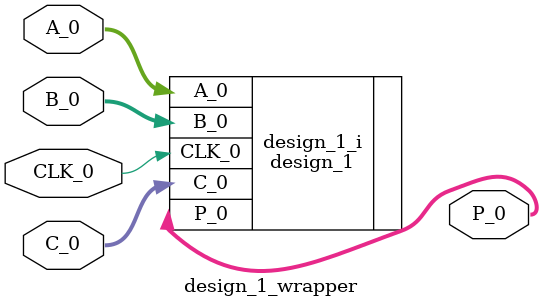
<source format=v>
`timescale 1 ps / 1 ps

module design_1_wrapper
   (A_0,
    B_0,
    CLK_0,
    C_0,
    P_0);
  input [17:0]A_0;
  input [17:0]B_0;
  input CLK_0;
  input [47:0]C_0;
  output [47:0]P_0;

  wire [17:0]A_0;
  wire [17:0]B_0;
  wire CLK_0;
  wire [47:0]C_0;
  wire [47:0]P_0;

  design_1 design_1_i
       (.A_0(A_0),
        .B_0(B_0),
        .CLK_0(CLK_0),
        .C_0(C_0),
        .P_0(P_0));
endmodule

</source>
